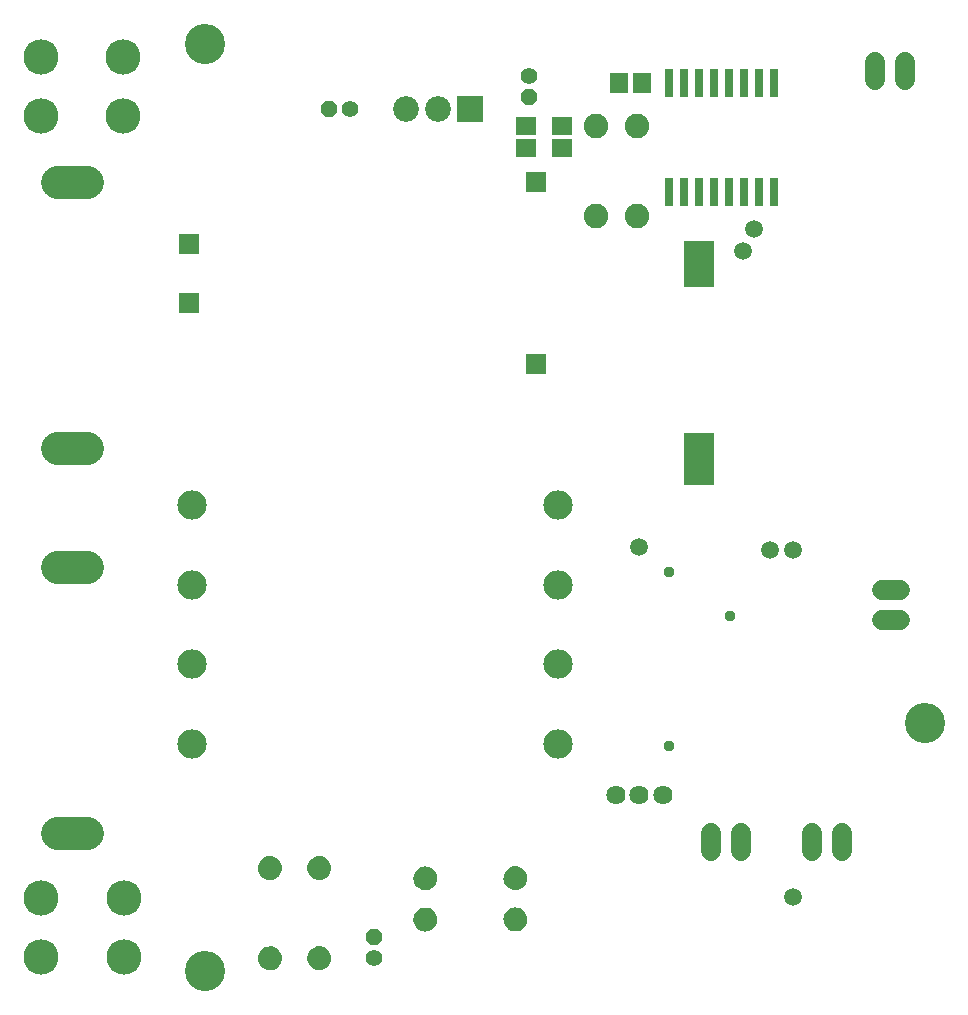
<source format=gbr>
G04 EAGLE Gerber RS-274X export*
G75*
%MOMM*%
%FSLAX34Y34*%
%LPD*%
%INSoldermask Bottom*%
%IPPOS*%
%AMOC8*
5,1,8,0,0,1.08239X$1,22.5*%
G01*
%ADD10P,1.539592X8X112.500000*%
%ADD11C,1.422400*%
%ADD12C,2.753200*%
%ADD13R,1.727200X1.727200*%
%ADD14C,2.978200*%
%ADD15C,3.403200*%
%ADD16C,2.489200*%
%ADD17R,0.803200X2.403200*%
%ADD18R,2.503200X4.503200*%
%ADD19R,2.503200X3.863200*%
%ADD20C,1.727200*%
%ADD21C,2.082800*%
%ADD22R,2.183200X2.183200*%
%ADD23C,2.183200*%
%ADD24P,1.539592X8X202.500000*%
%ADD25P,1.539592X8X292.500000*%
%ADD26R,1.703200X1.503200*%
%ADD27R,1.503200X1.703200*%
%ADD28C,1.625600*%
%ADD29C,0.959600*%
%ADD30C,1.503200*%

G36*
X442335Y61009D02*
X442335Y61009D01*
X442378Y61021D01*
X442444Y61030D01*
X444061Y61484D01*
X444102Y61503D01*
X444130Y61512D01*
X444140Y61514D01*
X444144Y61516D01*
X444165Y61523D01*
X445679Y62251D01*
X445715Y62277D01*
X445774Y62307D01*
X447139Y63288D01*
X447170Y63320D01*
X447223Y63360D01*
X448397Y64562D01*
X448422Y64599D01*
X448467Y64647D01*
X449414Y66035D01*
X449432Y66076D01*
X449468Y66132D01*
X450160Y67663D01*
X450171Y67706D01*
X450197Y67767D01*
X450612Y69396D01*
X450615Y69440D01*
X450630Y69505D01*
X450756Y71180D01*
X450752Y71227D01*
X450754Y71299D01*
X450549Y73135D01*
X450535Y73181D01*
X450523Y73256D01*
X449963Y75017D01*
X449940Y75059D01*
X449914Y75131D01*
X449021Y76748D01*
X448991Y76786D01*
X448951Y76851D01*
X447760Y78263D01*
X447723Y78294D01*
X447671Y78350D01*
X446227Y79503D01*
X446185Y79526D01*
X446123Y79570D01*
X444482Y80419D01*
X444436Y80434D01*
X444367Y80465D01*
X442592Y80978D01*
X442544Y80983D01*
X442469Y81001D01*
X440629Y81157D01*
X440585Y81153D01*
X440520Y81157D01*
X438689Y80997D01*
X438643Y80984D01*
X438567Y80974D01*
X436803Y80460D01*
X436759Y80439D01*
X436687Y80414D01*
X435057Y79565D01*
X435019Y79536D01*
X434953Y79497D01*
X433520Y78347D01*
X433488Y78311D01*
X433431Y78260D01*
X432250Y76852D01*
X432226Y76811D01*
X432180Y76750D01*
X431970Y76368D01*
X431296Y75138D01*
X431281Y75093D01*
X431247Y75024D01*
X430695Y73271D01*
X430689Y73224D01*
X430669Y73150D01*
X430470Y71323D01*
X430473Y71277D01*
X430467Y71208D01*
X430590Y69532D01*
X430601Y69489D01*
X430607Y69423D01*
X431019Y67793D01*
X431037Y67753D01*
X431055Y67689D01*
X431743Y66156D01*
X431768Y66119D01*
X431797Y66059D01*
X432741Y64669D01*
X432772Y64637D01*
X432810Y64583D01*
X433981Y63377D01*
X434018Y63351D01*
X434065Y63305D01*
X435427Y62321D01*
X435468Y62302D01*
X435522Y62265D01*
X437035Y61532D01*
X437078Y61520D01*
X437089Y61515D01*
X437116Y61502D01*
X437121Y61501D01*
X437138Y61493D01*
X438755Y61035D01*
X438800Y61030D01*
X438864Y61014D01*
X440536Y60843D01*
X440584Y60847D01*
X440663Y60843D01*
X442335Y61009D01*
G37*
G36*
X366059Y60933D02*
X366059Y60933D01*
X366102Y60945D01*
X366168Y60954D01*
X367785Y61408D01*
X367826Y61427D01*
X367854Y61436D01*
X367864Y61438D01*
X367868Y61440D01*
X367889Y61447D01*
X369403Y62175D01*
X369439Y62201D01*
X369498Y62231D01*
X370863Y63212D01*
X370894Y63244D01*
X370947Y63284D01*
X372121Y64486D01*
X372146Y64523D01*
X372191Y64571D01*
X373138Y65959D01*
X373156Y66000D01*
X373192Y66056D01*
X373884Y67587D01*
X373895Y67630D01*
X373921Y67691D01*
X374336Y69320D01*
X374339Y69364D01*
X374354Y69429D01*
X374480Y71104D01*
X374476Y71151D01*
X374478Y71223D01*
X374273Y73059D01*
X374259Y73105D01*
X374247Y73180D01*
X373687Y74941D01*
X373664Y74983D01*
X373638Y75055D01*
X372745Y76672D01*
X372715Y76710D01*
X372675Y76775D01*
X371484Y78187D01*
X371447Y78218D01*
X371395Y78274D01*
X369951Y79427D01*
X369909Y79450D01*
X369847Y79494D01*
X368206Y80343D01*
X368160Y80358D01*
X368091Y80389D01*
X366316Y80902D01*
X366268Y80907D01*
X366193Y80925D01*
X364353Y81081D01*
X364309Y81077D01*
X364244Y81081D01*
X362413Y80921D01*
X362367Y80908D01*
X362291Y80898D01*
X360527Y80384D01*
X360483Y80363D01*
X360411Y80338D01*
X358781Y79489D01*
X358743Y79460D01*
X358677Y79421D01*
X357244Y78271D01*
X357212Y78235D01*
X357155Y78184D01*
X355974Y76776D01*
X355950Y76735D01*
X355904Y76674D01*
X355694Y76292D01*
X355020Y75062D01*
X355005Y75017D01*
X354971Y74948D01*
X354419Y73195D01*
X354413Y73148D01*
X354393Y73074D01*
X354194Y71247D01*
X354197Y71201D01*
X354191Y71132D01*
X354314Y69456D01*
X354325Y69413D01*
X354331Y69347D01*
X354743Y67717D01*
X354761Y67677D01*
X354779Y67613D01*
X355467Y66080D01*
X355492Y66043D01*
X355521Y65983D01*
X356465Y64593D01*
X356496Y64561D01*
X356534Y64507D01*
X357705Y63301D01*
X357742Y63275D01*
X357789Y63229D01*
X359151Y62245D01*
X359192Y62226D01*
X359246Y62189D01*
X360759Y61456D01*
X360802Y61444D01*
X360813Y61439D01*
X360840Y61426D01*
X360845Y61425D01*
X360862Y61417D01*
X362479Y60959D01*
X362524Y60954D01*
X362588Y60938D01*
X364260Y60767D01*
X364308Y60771D01*
X364387Y60767D01*
X366059Y60933D01*
G37*
G36*
X274751Y104324D02*
X274751Y104324D01*
X274823Y104322D01*
X276659Y104527D01*
X276705Y104541D01*
X276780Y104553D01*
X278541Y105113D01*
X278583Y105136D01*
X278655Y105162D01*
X280272Y106055D01*
X280310Y106085D01*
X280375Y106125D01*
X281787Y107316D01*
X281818Y107353D01*
X281874Y107405D01*
X283027Y108849D01*
X283050Y108891D01*
X283094Y108953D01*
X283943Y110594D01*
X283958Y110640D01*
X283989Y110709D01*
X284502Y112484D01*
X284507Y112532D01*
X284525Y112607D01*
X284681Y114447D01*
X284677Y114491D01*
X284681Y114556D01*
X284521Y116387D01*
X284508Y116433D01*
X284498Y116509D01*
X283984Y118273D01*
X283963Y118317D01*
X283938Y118389D01*
X283089Y120019D01*
X283060Y120057D01*
X283021Y120123D01*
X281871Y121556D01*
X281835Y121588D01*
X281784Y121645D01*
X280376Y122826D01*
X280335Y122850D01*
X280274Y122896D01*
X278662Y123780D01*
X278617Y123795D01*
X278548Y123829D01*
X276795Y124381D01*
X276748Y124387D01*
X276674Y124407D01*
X274847Y124607D01*
X274801Y124603D01*
X274732Y124609D01*
X273056Y124486D01*
X273013Y124475D01*
X272947Y124469D01*
X271317Y124058D01*
X271277Y124039D01*
X271213Y124021D01*
X269680Y123333D01*
X269643Y123308D01*
X269583Y123279D01*
X268193Y122335D01*
X268161Y122304D01*
X268107Y122266D01*
X266901Y121095D01*
X266875Y121059D01*
X266829Y121011D01*
X265845Y119649D01*
X265826Y119608D01*
X265789Y119554D01*
X265056Y118041D01*
X265044Y117998D01*
X265017Y117938D01*
X264559Y116321D01*
X264554Y116276D01*
X264538Y116212D01*
X264367Y114540D01*
X264371Y114492D01*
X264367Y114413D01*
X264533Y112741D01*
X264545Y112698D01*
X264554Y112633D01*
X265008Y111015D01*
X265027Y110974D01*
X265047Y110911D01*
X265775Y109397D01*
X265801Y109361D01*
X265831Y109302D01*
X266812Y107937D01*
X266844Y107906D01*
X266884Y107853D01*
X268086Y106679D01*
X268123Y106654D01*
X268171Y106609D01*
X269559Y105662D01*
X269600Y105644D01*
X269656Y105608D01*
X271187Y104916D01*
X271230Y104905D01*
X271291Y104879D01*
X272920Y104464D01*
X272964Y104461D01*
X273029Y104446D01*
X274704Y104320D01*
X274751Y104324D01*
G37*
G36*
X274827Y28048D02*
X274827Y28048D01*
X274899Y28046D01*
X276735Y28251D01*
X276781Y28265D01*
X276856Y28277D01*
X278617Y28837D01*
X278659Y28860D01*
X278731Y28886D01*
X280348Y29779D01*
X280386Y29809D01*
X280451Y29849D01*
X281863Y31040D01*
X281894Y31077D01*
X281950Y31129D01*
X283103Y32573D01*
X283126Y32615D01*
X283170Y32677D01*
X284019Y34318D01*
X284034Y34364D01*
X284065Y34433D01*
X284578Y36208D01*
X284583Y36256D01*
X284601Y36331D01*
X284757Y38171D01*
X284753Y38215D01*
X284757Y38280D01*
X284597Y40111D01*
X284584Y40157D01*
X284574Y40233D01*
X284060Y41997D01*
X284039Y42041D01*
X284014Y42113D01*
X283165Y43743D01*
X283136Y43781D01*
X283097Y43847D01*
X281947Y45280D01*
X281911Y45312D01*
X281860Y45369D01*
X280452Y46550D01*
X280411Y46574D01*
X280350Y46620D01*
X278738Y47504D01*
X278693Y47519D01*
X278624Y47553D01*
X276871Y48105D01*
X276824Y48111D01*
X276750Y48131D01*
X274923Y48331D01*
X274877Y48327D01*
X274808Y48333D01*
X273132Y48210D01*
X273089Y48199D01*
X273023Y48193D01*
X271393Y47782D01*
X271353Y47763D01*
X271289Y47745D01*
X269756Y47057D01*
X269719Y47032D01*
X269659Y47003D01*
X268269Y46059D01*
X268237Y46028D01*
X268183Y45990D01*
X266977Y44819D01*
X266951Y44783D01*
X266905Y44735D01*
X265921Y43373D01*
X265902Y43332D01*
X265865Y43278D01*
X265132Y41765D01*
X265120Y41722D01*
X265093Y41662D01*
X264635Y40045D01*
X264630Y40000D01*
X264614Y39936D01*
X264443Y38264D01*
X264447Y38216D01*
X264443Y38137D01*
X264609Y36465D01*
X264621Y36422D01*
X264630Y36357D01*
X265084Y34739D01*
X265103Y34698D01*
X265123Y34635D01*
X265851Y33121D01*
X265877Y33085D01*
X265907Y33026D01*
X266888Y31661D01*
X266920Y31630D01*
X266960Y31577D01*
X268162Y30403D01*
X268199Y30378D01*
X268247Y30333D01*
X269635Y29386D01*
X269676Y29368D01*
X269732Y29332D01*
X271263Y28640D01*
X271306Y28629D01*
X271367Y28603D01*
X272996Y28188D01*
X273040Y28185D01*
X273105Y28170D01*
X274780Y28044D01*
X274827Y28048D01*
G37*
G36*
X234444Y28114D02*
X234444Y28114D01*
X234487Y28125D01*
X234553Y28131D01*
X236183Y28543D01*
X236223Y28561D01*
X236287Y28579D01*
X237820Y29267D01*
X237857Y29292D01*
X237917Y29321D01*
X239307Y30265D01*
X239339Y30296D01*
X239393Y30334D01*
X240599Y31505D01*
X240625Y31542D01*
X240671Y31589D01*
X241655Y32951D01*
X241674Y32992D01*
X241711Y33046D01*
X242444Y34559D01*
X242456Y34602D01*
X242483Y34662D01*
X242941Y36279D01*
X242946Y36324D01*
X242962Y36388D01*
X243133Y38060D01*
X243129Y38108D01*
X243133Y38187D01*
X242967Y39859D01*
X242955Y39902D01*
X242946Y39968D01*
X242492Y41585D01*
X242473Y41626D01*
X242453Y41689D01*
X241725Y43203D01*
X241699Y43239D01*
X241669Y43298D01*
X240688Y44663D01*
X240656Y44694D01*
X240616Y44747D01*
X239414Y45921D01*
X239377Y45946D01*
X239329Y45991D01*
X237941Y46938D01*
X237900Y46956D01*
X237844Y46992D01*
X236313Y47684D01*
X236270Y47695D01*
X236209Y47721D01*
X234580Y48136D01*
X234536Y48139D01*
X234471Y48154D01*
X232796Y48280D01*
X232749Y48276D01*
X232677Y48278D01*
X230842Y48073D01*
X230795Y48059D01*
X230720Y48047D01*
X228959Y47487D01*
X228917Y47464D01*
X228845Y47438D01*
X227228Y46545D01*
X227190Y46515D01*
X227125Y46475D01*
X225713Y45284D01*
X225682Y45247D01*
X225626Y45195D01*
X224473Y43751D01*
X224451Y43709D01*
X224406Y43647D01*
X223557Y42006D01*
X223543Y41960D01*
X223511Y41891D01*
X222998Y40116D01*
X222993Y40068D01*
X222976Y39993D01*
X222819Y38153D01*
X222823Y38109D01*
X222819Y38044D01*
X222979Y36213D01*
X222992Y36167D01*
X223000Y36106D01*
X223000Y36104D01*
X223002Y36091D01*
X223516Y34327D01*
X223537Y34283D01*
X223562Y34211D01*
X224411Y32581D01*
X224440Y32543D01*
X224479Y32477D01*
X225629Y31044D01*
X225665Y31012D01*
X225716Y30955D01*
X227124Y29774D01*
X227165Y29750D01*
X227226Y29704D01*
X228838Y28820D01*
X228883Y28805D01*
X228952Y28771D01*
X230705Y28219D01*
X230752Y28213D01*
X230826Y28193D01*
X232653Y27994D01*
X232699Y27997D01*
X232768Y27991D01*
X234444Y28114D01*
G37*
G36*
X234368Y104390D02*
X234368Y104390D01*
X234411Y104401D01*
X234477Y104407D01*
X236107Y104819D01*
X236147Y104837D01*
X236211Y104855D01*
X237744Y105543D01*
X237781Y105568D01*
X237841Y105597D01*
X239231Y106541D01*
X239263Y106572D01*
X239317Y106610D01*
X240523Y107781D01*
X240549Y107818D01*
X240595Y107865D01*
X241579Y109227D01*
X241598Y109268D01*
X241635Y109322D01*
X242368Y110835D01*
X242380Y110878D01*
X242407Y110938D01*
X242865Y112555D01*
X242870Y112600D01*
X242886Y112664D01*
X243057Y114336D01*
X243053Y114384D01*
X243057Y114463D01*
X242891Y116135D01*
X242879Y116178D01*
X242870Y116244D01*
X242416Y117861D01*
X242397Y117902D01*
X242377Y117965D01*
X241649Y119479D01*
X241623Y119515D01*
X241593Y119574D01*
X240612Y120939D01*
X240580Y120970D01*
X240540Y121023D01*
X239338Y122197D01*
X239301Y122222D01*
X239253Y122267D01*
X237865Y123214D01*
X237824Y123232D01*
X237768Y123268D01*
X236237Y123960D01*
X236194Y123971D01*
X236133Y123997D01*
X234504Y124412D01*
X234460Y124415D01*
X234395Y124430D01*
X232720Y124556D01*
X232673Y124552D01*
X232601Y124554D01*
X230766Y124349D01*
X230719Y124335D01*
X230644Y124323D01*
X228883Y123763D01*
X228841Y123740D01*
X228769Y123714D01*
X227152Y122821D01*
X227114Y122791D01*
X227049Y122751D01*
X225637Y121560D01*
X225606Y121523D01*
X225550Y121471D01*
X224397Y120027D01*
X224375Y119985D01*
X224330Y119923D01*
X223481Y118282D01*
X223467Y118236D01*
X223435Y118167D01*
X222922Y116392D01*
X222917Y116344D01*
X222900Y116269D01*
X222743Y114429D01*
X222747Y114385D01*
X222743Y114320D01*
X222903Y112489D01*
X222916Y112443D01*
X222924Y112382D01*
X222924Y112380D01*
X222926Y112367D01*
X223440Y110603D01*
X223461Y110559D01*
X223486Y110487D01*
X224335Y108857D01*
X224364Y108819D01*
X224403Y108753D01*
X225553Y107320D01*
X225589Y107288D01*
X225640Y107231D01*
X227048Y106050D01*
X227089Y106026D01*
X227150Y105980D01*
X228762Y105096D01*
X228807Y105081D01*
X228876Y105047D01*
X230629Y104495D01*
X230676Y104489D01*
X230750Y104469D01*
X232577Y104270D01*
X232623Y104273D01*
X232692Y104267D01*
X234368Y104390D01*
G37*
G36*
X440691Y95723D02*
X440691Y95723D01*
X440756Y95719D01*
X442587Y95879D01*
X442633Y95892D01*
X442709Y95902D01*
X444473Y96416D01*
X444517Y96437D01*
X444589Y96462D01*
X446219Y97311D01*
X446257Y97340D01*
X446323Y97379D01*
X447756Y98529D01*
X447788Y98565D01*
X447845Y98616D01*
X449026Y100024D01*
X449050Y100065D01*
X449096Y100126D01*
X449641Y101119D01*
X449980Y101738D01*
X449995Y101783D01*
X450029Y101852D01*
X450581Y103605D01*
X450587Y103652D01*
X450607Y103726D01*
X450807Y105553D01*
X450803Y105599D01*
X450809Y105668D01*
X450686Y107344D01*
X450675Y107387D01*
X450669Y107453D01*
X450258Y109083D01*
X450239Y109123D01*
X450221Y109187D01*
X449533Y110720D01*
X449508Y110757D01*
X449479Y110817D01*
X448535Y112207D01*
X448504Y112239D01*
X448466Y112293D01*
X447295Y113499D01*
X447259Y113525D01*
X447211Y113571D01*
X445849Y114555D01*
X445808Y114574D01*
X445754Y114611D01*
X444241Y115344D01*
X444198Y115356D01*
X444138Y115383D01*
X442521Y115841D01*
X442476Y115846D01*
X442412Y115862D01*
X440740Y116033D01*
X440692Y116029D01*
X440613Y116033D01*
X438941Y115867D01*
X438898Y115855D01*
X438833Y115846D01*
X437215Y115392D01*
X437174Y115373D01*
X437111Y115353D01*
X435597Y114625D01*
X435561Y114599D01*
X435502Y114569D01*
X434137Y113588D01*
X434106Y113556D01*
X434053Y113516D01*
X432879Y112314D01*
X432854Y112277D01*
X432809Y112229D01*
X431862Y110841D01*
X431844Y110800D01*
X431808Y110744D01*
X431116Y109213D01*
X431105Y109170D01*
X431079Y109109D01*
X430664Y107480D01*
X430661Y107436D01*
X430646Y107371D01*
X430520Y105696D01*
X430524Y105649D01*
X430522Y105577D01*
X430727Y103742D01*
X430741Y103695D01*
X430753Y103620D01*
X431313Y101859D01*
X431336Y101817D01*
X431362Y101745D01*
X432255Y100128D01*
X432285Y100090D01*
X432325Y100025D01*
X433516Y98613D01*
X433553Y98582D01*
X433605Y98526D01*
X435049Y97373D01*
X435091Y97351D01*
X435153Y97306D01*
X436794Y96457D01*
X436840Y96443D01*
X436909Y96411D01*
X438684Y95898D01*
X438732Y95893D01*
X438807Y95876D01*
X440647Y95719D01*
X440691Y95723D01*
G37*
G36*
X364415Y95647D02*
X364415Y95647D01*
X364480Y95643D01*
X366311Y95803D01*
X366357Y95816D01*
X366433Y95826D01*
X368197Y96340D01*
X368241Y96361D01*
X368313Y96386D01*
X369943Y97235D01*
X369981Y97264D01*
X370047Y97303D01*
X371480Y98453D01*
X371512Y98489D01*
X371569Y98540D01*
X372750Y99948D01*
X372774Y99989D01*
X372820Y100050D01*
X373365Y101043D01*
X373704Y101662D01*
X373719Y101707D01*
X373753Y101776D01*
X374305Y103529D01*
X374311Y103576D01*
X374331Y103650D01*
X374531Y105477D01*
X374527Y105523D01*
X374533Y105592D01*
X374410Y107268D01*
X374399Y107311D01*
X374393Y107377D01*
X373982Y109007D01*
X373963Y109047D01*
X373945Y109111D01*
X373257Y110644D01*
X373232Y110681D01*
X373203Y110741D01*
X372259Y112131D01*
X372228Y112163D01*
X372190Y112217D01*
X371019Y113423D01*
X370983Y113449D01*
X370935Y113495D01*
X369573Y114479D01*
X369532Y114498D01*
X369478Y114535D01*
X367965Y115268D01*
X367922Y115280D01*
X367862Y115307D01*
X366245Y115765D01*
X366200Y115770D01*
X366136Y115786D01*
X364464Y115957D01*
X364416Y115953D01*
X364337Y115957D01*
X362665Y115791D01*
X362622Y115779D01*
X362557Y115770D01*
X360939Y115316D01*
X360898Y115297D01*
X360835Y115277D01*
X359321Y114549D01*
X359285Y114523D01*
X359226Y114493D01*
X357861Y113512D01*
X357830Y113480D01*
X357777Y113440D01*
X356603Y112238D01*
X356578Y112201D01*
X356533Y112153D01*
X355586Y110765D01*
X355568Y110724D01*
X355532Y110668D01*
X354840Y109137D01*
X354829Y109094D01*
X354803Y109033D01*
X354388Y107404D01*
X354385Y107360D01*
X354370Y107295D01*
X354244Y105620D01*
X354248Y105573D01*
X354246Y105501D01*
X354451Y103666D01*
X354465Y103619D01*
X354477Y103544D01*
X355037Y101783D01*
X355060Y101741D01*
X355086Y101669D01*
X355979Y100052D01*
X356009Y100014D01*
X356049Y99949D01*
X357240Y98537D01*
X357277Y98506D01*
X357329Y98450D01*
X358773Y97297D01*
X358815Y97275D01*
X358877Y97230D01*
X360518Y96381D01*
X360564Y96367D01*
X360633Y96335D01*
X362408Y95822D01*
X362456Y95817D01*
X362531Y95800D01*
X364371Y95643D01*
X364415Y95647D01*
G37*
D10*
X321300Y56090D03*
D11*
X321300Y38310D03*
D12*
X78350Y695622D02*
X52850Y695622D01*
X52850Y470578D02*
X78350Y470578D01*
D13*
X164400Y643100D03*
X164400Y593100D03*
X458400Y695100D03*
X458400Y541100D03*
D14*
X108800Y751500D03*
X108800Y801500D03*
X38700Y801500D03*
X38700Y751500D03*
X39000Y89200D03*
X39000Y39200D03*
X109100Y39200D03*
X109100Y89200D03*
D15*
X787600Y237400D03*
X177700Y812200D03*
X177700Y27600D03*
D12*
X78150Y144078D02*
X52650Y144078D01*
X52650Y369122D02*
X78150Y369122D01*
D16*
X166680Y421560D03*
X166680Y354250D03*
X166680Y286950D03*
X166680Y219640D03*
X476690Y421560D03*
X476690Y354250D03*
X476690Y286950D03*
X476690Y219640D03*
D17*
X583350Y778800D03*
X608750Y686800D03*
X570650Y778800D03*
X596050Y778800D03*
X608750Y778800D03*
X596050Y686800D03*
X621450Y686800D03*
X634150Y686800D03*
X634150Y778800D03*
X659550Y686800D03*
X621450Y778800D03*
X646850Y778800D03*
X646850Y686800D03*
X659550Y778800D03*
X583350Y686800D03*
X570650Y686800D03*
D18*
X596000Y461142D03*
D19*
X596000Y625555D03*
D20*
X605900Y144320D02*
X605900Y129080D01*
X631300Y129080D02*
X631300Y144320D01*
D21*
X509200Y667000D03*
X509200Y743200D03*
X543500Y666900D03*
X543500Y743100D03*
D20*
X691700Y144320D02*
X691700Y129080D01*
X717100Y129080D02*
X717100Y144320D01*
D22*
X402100Y756800D03*
D23*
X375100Y756800D03*
X348100Y756800D03*
D24*
X283010Y756800D03*
D11*
X300790Y756800D03*
D25*
X452400Y767210D03*
D11*
X452400Y784990D03*
D20*
X751380Y324300D02*
X766620Y324300D01*
X766620Y349700D02*
X751380Y349700D01*
X770900Y781680D02*
X770900Y796920D01*
X745500Y796920D02*
X745500Y781680D01*
D26*
X480100Y724200D03*
X480100Y743200D03*
D27*
X547600Y778800D03*
X528600Y778800D03*
D26*
X449800Y724200D03*
X449800Y743200D03*
D28*
X565500Y176200D03*
X545500Y176200D03*
X525500Y176200D03*
D29*
X621950Y328050D03*
D30*
X675400Y383400D03*
X656600Y383500D03*
X545500Y386500D03*
X643000Y656000D03*
X633000Y637000D03*
D29*
X570900Y365200D03*
X570900Y217700D03*
D30*
X675500Y90100D03*
M02*

</source>
